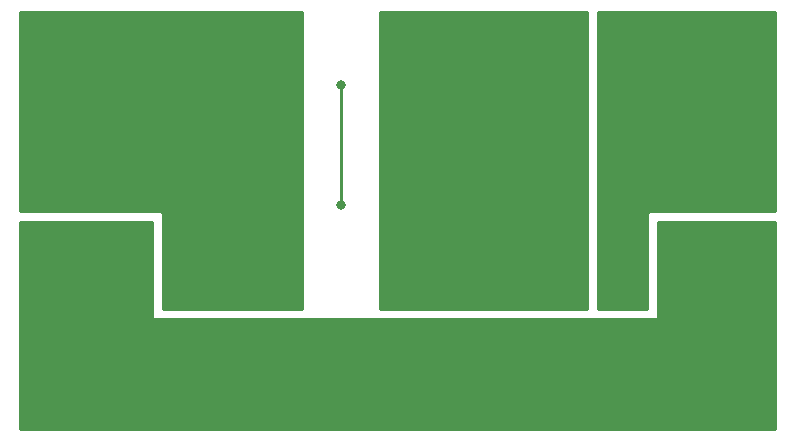
<source format=gbr>
%TF.GenerationSoftware,KiCad,Pcbnew,(5.1.9)-1*%
%TF.CreationDate,2021-09-02T18:26:23+01:00*%
%TF.ProjectId,InlinePowerpoleBOB,496e6c69-6e65-4506-9f77-6572706f6c65,rev?*%
%TF.SameCoordinates,Original*%
%TF.FileFunction,Copper,L2,Bot*%
%TF.FilePolarity,Positive*%
%FSLAX46Y46*%
G04 Gerber Fmt 4.6, Leading zero omitted, Abs format (unit mm)*
G04 Created by KiCad (PCBNEW (5.1.9)-1) date 2021-09-02 18:26:23*
%MOMM*%
%LPD*%
G01*
G04 APERTURE LIST*
%TA.AperFunction,ComponentPad*%
%ADD10O,6.000000X5.500000*%
%TD*%
%TA.AperFunction,ViaPad*%
%ADD11C,0.500000*%
%TD*%
%TA.AperFunction,ViaPad*%
%ADD12C,0.800000*%
%TD*%
%TA.AperFunction,Conductor*%
%ADD13C,0.250000*%
%TD*%
%TA.AperFunction,Conductor*%
%ADD14C,0.254000*%
%TD*%
%TA.AperFunction,Conductor*%
%ADD15C,0.100000*%
%TD*%
G04 APERTURE END LIST*
D10*
%TO.P,J2,2*%
%TO.N,GND*%
X167640000Y-63145000D03*
%TO.P,J2,1*%
%TO.N,Net-(C3-Pad1)*%
X167640000Y-55245000D03*
%TD*%
%TO.P,J1,2*%
%TO.N,GND*%
X117094000Y-63145000D03*
%TO.P,J1,1*%
%TO.N,Net-(C2-Pad1)*%
X117094000Y-55245000D03*
%TD*%
D11*
%TO.N,GND*%
X131445000Y-74295000D03*
X127635000Y-74295000D03*
X134620000Y-75565000D03*
X136144000Y-73660000D03*
X143510000Y-76200000D03*
X147320000Y-76200000D03*
X123825000Y-71755000D03*
X153035000Y-74930000D03*
X156845000Y-74930000D03*
X161925000Y-72390000D03*
X129540000Y-69215000D03*
X139700000Y-73025000D03*
X149860000Y-71755000D03*
%TO.N,Net-(C2-Pad1)*%
X121920000Y-47625000D03*
X124460000Y-47625000D03*
X127000000Y-47625000D03*
X129540000Y-47625000D03*
X132080000Y-47625000D03*
X121920000Y-50165000D03*
X124460000Y-50165000D03*
X127000000Y-50165000D03*
X121920000Y-52705000D03*
X124460000Y-52705000D03*
X127000000Y-52705000D03*
X132080000Y-52705000D03*
X121920000Y-55245000D03*
X124460000Y-55245000D03*
X127000000Y-55245000D03*
X121920000Y-57785000D03*
X124460000Y-57785000D03*
X127000000Y-57785000D03*
X129540000Y-57785000D03*
X132080000Y-57785000D03*
X132080000Y-51435000D03*
X132080000Y-53975000D03*
X133350000Y-51435000D03*
X133350000Y-52705000D03*
X133350000Y-53975000D03*
%TO.N,Net-(C3-Pad1)*%
X161290000Y-50800000D03*
X161290000Y-57150000D03*
X163830000Y-50800000D03*
X163830000Y-57150000D03*
X160020000Y-50800000D03*
X160020000Y-57150000D03*
X160020000Y-53975000D03*
X163830000Y-53975000D03*
D12*
%TO.N,Net-(IC1-Pad10)*%
X137795000Y-48260000D03*
X137795000Y-58420000D03*
D11*
%TO.N,Net-(IC1-Pad9)*%
X143510000Y-48895000D03*
X146050000Y-48895000D03*
X148590000Y-48895000D03*
X151130000Y-48895000D03*
X153670000Y-48895000D03*
X148590000Y-51435000D03*
X151130000Y-51435000D03*
X153670000Y-51435000D03*
X148590000Y-53975000D03*
X151130000Y-53975000D03*
X148590000Y-56515000D03*
X151130000Y-56515000D03*
X153670000Y-56515000D03*
X143510000Y-59055000D03*
X146050000Y-59055000D03*
X148590000Y-59055000D03*
X151130000Y-59055000D03*
X153670000Y-59055000D03*
X156845000Y-52070000D03*
X158115000Y-52070000D03*
X156845000Y-53975000D03*
X158115000Y-53975000D03*
X156845000Y-55880000D03*
X158115000Y-55880000D03*
X143510000Y-53975000D03*
X143510000Y-52705000D03*
X143510000Y-55245000D03*
X142240000Y-55245000D03*
X142240000Y-53975000D03*
X142240000Y-52705000D03*
%TD*%
D13*
%TO.N,Net-(IC1-Pad10)*%
X137795000Y-48260000D02*
X137795000Y-58420000D01*
%TD*%
D14*
%TO.N,Net-(C3-Pad1)*%
X174498000Y-58928000D02*
X163830000Y-58928000D01*
X163805224Y-58930440D01*
X163781399Y-58937667D01*
X163759443Y-58949403D01*
X163740197Y-58965197D01*
X163724403Y-58984443D01*
X163712667Y-59006399D01*
X163705440Y-59030224D01*
X163703000Y-59055000D01*
X163703000Y-67183000D01*
X159512000Y-67183000D01*
X159512000Y-42037000D01*
X174498000Y-42037000D01*
X174498000Y-58928000D01*
%TA.AperFunction,Conductor*%
D15*
G36*
X174498000Y-58928000D02*
G01*
X163830000Y-58928000D01*
X163805224Y-58930440D01*
X163781399Y-58937667D01*
X163759443Y-58949403D01*
X163740197Y-58965197D01*
X163724403Y-58984443D01*
X163712667Y-59006399D01*
X163705440Y-59030224D01*
X163703000Y-59055000D01*
X163703000Y-67183000D01*
X159512000Y-67183000D01*
X159512000Y-42037000D01*
X174498000Y-42037000D01*
X174498000Y-58928000D01*
G37*
%TD.AperFunction*%
%TD*%
D14*
%TO.N,Net-(IC1-Pad9)*%
X158623000Y-67183000D02*
X141097000Y-67183000D01*
X141097000Y-42037000D01*
X158623000Y-42037000D01*
X158623000Y-67183000D01*
%TA.AperFunction,Conductor*%
D15*
G36*
X158623000Y-67183000D02*
G01*
X141097000Y-67183000D01*
X141097000Y-42037000D01*
X158623000Y-42037000D01*
X158623000Y-67183000D01*
G37*
%TD.AperFunction*%
%TD*%
D14*
%TO.N,Net-(C2-Pad1)*%
X134493000Y-67183000D02*
X122682000Y-67183000D01*
X122682000Y-59055000D01*
X122679560Y-59030224D01*
X122672333Y-59006399D01*
X122660597Y-58984443D01*
X122644803Y-58965197D01*
X122625557Y-58949403D01*
X122603601Y-58937667D01*
X122579776Y-58930440D01*
X122555000Y-58928000D01*
X110617000Y-58928000D01*
X110617000Y-42037000D01*
X134493000Y-42037000D01*
X134493000Y-67183000D01*
%TA.AperFunction,Conductor*%
D15*
G36*
X134493000Y-67183000D02*
G01*
X122682000Y-67183000D01*
X122682000Y-59055000D01*
X122679560Y-59030224D01*
X122672333Y-59006399D01*
X122660597Y-58984443D01*
X122644803Y-58965197D01*
X122625557Y-58949403D01*
X122603601Y-58937667D01*
X122579776Y-58930440D01*
X122555000Y-58928000D01*
X110617000Y-58928000D01*
X110617000Y-42037000D01*
X134493000Y-42037000D01*
X134493000Y-67183000D01*
G37*
%TD.AperFunction*%
%TD*%
D14*
%TO.N,GND*%
X121793000Y-67945000D02*
X121795440Y-67969776D01*
X121802667Y-67993601D01*
X121814403Y-68015557D01*
X121830197Y-68034803D01*
X121849443Y-68050597D01*
X121871399Y-68062333D01*
X121895224Y-68069560D01*
X121920000Y-68072000D01*
X164465000Y-68072000D01*
X164489776Y-68069560D01*
X164513601Y-68062333D01*
X164535557Y-68050597D01*
X164554803Y-68034803D01*
X164570597Y-68015557D01*
X164582333Y-67993601D01*
X164589560Y-67969776D01*
X164592000Y-67945000D01*
X164592000Y-59817000D01*
X174498000Y-59817000D01*
X174498000Y-77343000D01*
X110617000Y-77343000D01*
X110617000Y-59817000D01*
X121793000Y-59817000D01*
X121793000Y-67945000D01*
%TA.AperFunction,Conductor*%
D15*
G36*
X121793000Y-67945000D02*
G01*
X121795440Y-67969776D01*
X121802667Y-67993601D01*
X121814403Y-68015557D01*
X121830197Y-68034803D01*
X121849443Y-68050597D01*
X121871399Y-68062333D01*
X121895224Y-68069560D01*
X121920000Y-68072000D01*
X164465000Y-68072000D01*
X164489776Y-68069560D01*
X164513601Y-68062333D01*
X164535557Y-68050597D01*
X164554803Y-68034803D01*
X164570597Y-68015557D01*
X164582333Y-67993601D01*
X164589560Y-67969776D01*
X164592000Y-67945000D01*
X164592000Y-59817000D01*
X174498000Y-59817000D01*
X174498000Y-77343000D01*
X110617000Y-77343000D01*
X110617000Y-59817000D01*
X121793000Y-59817000D01*
X121793000Y-67945000D01*
G37*
%TD.AperFunction*%
%TD*%
M02*

</source>
